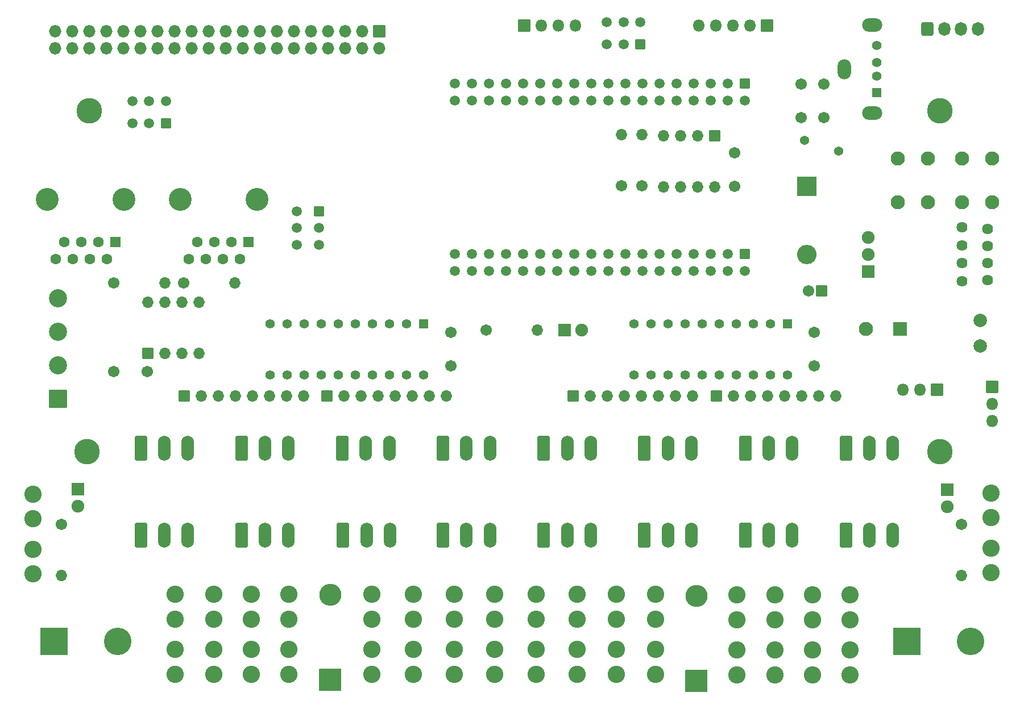
<source format=gbr>
G04 #@! TF.GenerationSoftware,KiCad,Pcbnew,(6.0.5)*
G04 #@! TF.CreationDate,2022-05-29T20:36:16-04:00*
G04 #@! TF.ProjectId,PB_16,50425f31-362e-46b6-9963-61645f706362,v1.0h*
G04 #@! TF.SameCoordinates,Original*
G04 #@! TF.FileFunction,Soldermask,Top*
G04 #@! TF.FilePolarity,Negative*
%FSLAX46Y46*%
G04 Gerber Fmt 4.6, Leading zero omitted, Abs format (unit mm)*
G04 Created by KiCad (PCBNEW (6.0.5)) date 2022-05-29 20:36:16*
%MOMM*%
%LPD*%
G01*
G04 APERTURE LIST*
G04 Aperture macros list*
%AMRoundRect*
0 Rectangle with rounded corners*
0 $1 Rounding radius*
0 $2 $3 $4 $5 $6 $7 $8 $9 X,Y pos of 4 corners*
0 Add a 4 corners polygon primitive as box body*
4,1,4,$2,$3,$4,$5,$6,$7,$8,$9,$2,$3,0*
0 Add four circle primitives for the rounded corners*
1,1,$1+$1,$2,$3*
1,1,$1+$1,$4,$5*
1,1,$1+$1,$6,$7*
1,1,$1+$1,$8,$9*
0 Add four rect primitives between the rounded corners*
20,1,$1+$1,$2,$3,$4,$5,0*
20,1,$1+$1,$4,$5,$6,$7,0*
20,1,$1+$1,$6,$7,$8,$9,0*
20,1,$1+$1,$8,$9,$2,$3,0*%
G04 Aperture macros list end*
%ADD10RoundRect,0.051000X-0.900000X0.900000X-0.900000X-0.900000X0.900000X-0.900000X0.900000X0.900000X0*%
%ADD11C,1.902000*%
%ADD12C,1.626000*%
%ADD13C,2.102000*%
%ADD14RoundRect,0.051000X1.000000X1.000000X-1.000000X1.000000X-1.000000X-1.000000X1.000000X-1.000000X0*%
%ADD15C,1.702000*%
%ADD16RoundRect,0.051000X0.800000X0.800000X-0.800000X0.800000X-0.800000X-0.800000X0.800000X-0.800000X0*%
%ADD17O,3.302000X3.302000*%
%ADD18RoundRect,0.051000X1.600000X-1.600000X1.600000X1.600000X-1.600000X1.600000X-1.600000X-1.600000X0*%
%ADD19O,2.902000X2.902000*%
%ADD20RoundRect,0.051000X-1.400000X1.400000X-1.400000X-1.400000X1.400000X-1.400000X1.400000X1.400000X0*%
%ADD21RoundRect,0.051000X-0.900000X-0.900000X0.900000X-0.900000X0.900000X0.900000X-0.900000X0.900000X0*%
%ADD22C,2.577000*%
%ADD23O,1.902000X3.702000*%
%ADD24RoundRect,0.301000X-0.650000X-1.550000X0.650000X-1.550000X0.650000X1.550000X-0.650000X1.550000X0*%
%ADD25C,4.102000*%
%ADD26RoundRect,0.051000X-2.000000X-2.000000X2.000000X-2.000000X2.000000X2.000000X-2.000000X2.000000X0*%
%ADD27O,3.002000X2.002000*%
%ADD28O,2.002000X3.002000*%
%ADD29C,1.402000*%
%ADD30RoundRect,0.051000X0.650000X-0.650000X0.650000X0.650000X-0.650000X0.650000X-0.650000X-0.650000X0*%
%ADD31C,1.602000*%
%ADD32RoundRect,0.051000X0.750000X0.750000X-0.750000X0.750000X-0.750000X-0.750000X0.750000X-0.750000X0*%
%ADD33C,3.404000*%
%ADD34C,2.702000*%
%ADD35RoundRect,0.051000X1.300000X-1.300000X1.300000X1.300000X-1.300000X1.300000X-1.300000X-1.300000X0*%
%ADD36O,1.802000X1.802000*%
%ADD37RoundRect,0.051000X-0.850000X0.850000X-0.850000X-0.850000X0.850000X-0.850000X0.850000X0.850000X0*%
%ADD38O,1.829200X1.829200*%
%ADD39RoundRect,0.051000X-0.863600X0.863600X-0.863600X-0.863600X0.863600X-0.863600X0.863600X0.863600X0*%
%ADD40RoundRect,0.051000X0.850000X-0.850000X0.850000X0.850000X-0.850000X0.850000X-0.850000X-0.850000X0*%
%ADD41O,1.802000X2.052000*%
%ADD42RoundRect,0.301000X-0.600000X-0.725000X0.600000X-0.725000X0.600000X0.725000X-0.600000X0.725000X0*%
%ADD43C,2.006000*%
%ADD44RoundRect,0.051000X-0.850000X-0.850000X0.850000X-0.850000X0.850000X0.850000X-0.850000X0.850000X0*%
%ADD45C,1.502000*%
%ADD46RoundRect,0.051000X0.700000X0.700000X-0.700000X0.700000X-0.700000X-0.700000X0.700000X-0.700000X0*%
%ADD47C,1.510000*%
%ADD48RoundRect,0.051000X-0.704000X0.704000X-0.704000X-0.704000X0.704000X-0.704000X0.704000X0.704000X0*%
%ADD49C,3.802000*%
%ADD50RoundRect,0.051000X-0.647700X0.647700X-0.647700X-0.647700X0.647700X-0.647700X0.647700X0.647700X0*%
%ADD51C,1.397400*%
%ADD52RoundRect,0.051000X-0.800000X-0.800000X0.800000X-0.800000X0.800000X0.800000X-0.800000X0.800000X0*%
%ADD53O,1.702000X1.702000*%
%ADD54C,1.372000*%
%ADD55RoundRect,0.051000X-0.700000X0.700000X-0.700000X-0.700000X0.700000X-0.700000X0.700000X0.700000X0*%
%ADD56RoundRect,0.051000X-0.800000X0.800000X-0.800000X-0.800000X0.800000X-0.800000X0.800000X0.800000X0*%
%ADD57RoundRect,0.051000X0.800000X-0.800000X0.800000X0.800000X-0.800000X0.800000X-0.800000X-0.800000X0*%
G04 APERTURE END LIST*
D10*
X197419000Y-90237800D03*
D11*
X197419000Y-87697800D03*
X197419000Y-85157800D03*
D12*
X215199000Y-83887800D03*
X215199000Y-86427800D03*
X215199000Y-88967800D03*
X215199000Y-91507800D03*
X211389000Y-83655860D03*
X211389000Y-86350800D03*
X211389000Y-89044800D03*
X211389000Y-91739740D03*
D13*
X197118800Y-98867600D03*
D14*
X202118800Y-98867600D03*
D15*
X188486112Y-93157800D03*
D16*
X190486112Y-93157800D03*
D15*
X135242300Y-99330500D03*
X135242300Y-104330500D03*
D17*
X117332600Y-138468600D03*
D18*
X117332600Y-151168600D03*
D17*
X171847600Y-138605000D03*
D18*
X171847600Y-151305000D03*
D19*
X188311000Y-87767800D03*
D20*
X188311000Y-77607800D03*
D11*
X154736000Y-98997800D03*
D21*
X152196000Y-98997800D03*
D11*
X79720200Y-125244000D03*
D10*
X79720200Y-122704000D03*
D11*
X209172200Y-125371000D03*
D10*
X209172200Y-122831000D03*
D22*
X94222600Y-138388600D03*
X94222600Y-142088600D03*
X94222600Y-146588600D03*
X94222600Y-150288600D03*
D23*
X111100000Y-129600000D03*
X107600000Y-129600000D03*
D24*
X104100000Y-129600000D03*
D23*
X126100000Y-116600000D03*
X122600000Y-116600000D03*
D24*
X119100000Y-116600000D03*
D23*
X126214342Y-129600000D03*
X122714342Y-129600000D03*
D24*
X119214342Y-129600000D03*
D23*
X141100000Y-116600000D03*
X137600000Y-116600000D03*
D24*
X134100000Y-116600000D03*
D23*
X141100000Y-129600000D03*
X137600000Y-129600000D03*
D24*
X134100000Y-129600000D03*
D23*
X156100000Y-116600000D03*
X152600000Y-116600000D03*
D24*
X149100000Y-116600000D03*
D23*
X156100000Y-129600000D03*
X152600000Y-129600000D03*
D24*
X149100000Y-129600000D03*
D25*
X85670400Y-145417400D03*
D26*
X76170400Y-145417400D03*
D25*
X212670400Y-145417400D03*
D26*
X203170400Y-145417400D03*
D27*
X198049800Y-53543600D03*
D28*
X193869800Y-60113600D03*
D27*
X198049800Y-66683600D03*
D29*
X198649800Y-56613600D03*
X198649800Y-59113600D03*
X198649800Y-61113600D03*
D30*
X198649800Y-63613600D03*
D31*
X76411000Y-88407800D03*
X77681000Y-85867800D03*
X78951000Y-88407800D03*
X80221000Y-85867800D03*
X81491000Y-88407800D03*
X82761000Y-85867800D03*
X84031000Y-88407800D03*
D32*
X85301000Y-85867800D03*
D33*
X75141000Y-79517800D03*
X86571000Y-79517800D03*
D31*
X96261000Y-88407800D03*
X97531000Y-85867800D03*
X98801000Y-88407800D03*
X100071000Y-85867800D03*
X101341000Y-88407800D03*
X102611000Y-85867800D03*
X103881000Y-88407800D03*
D32*
X105151000Y-85867800D03*
D33*
X106421000Y-79517800D03*
X94991000Y-79517800D03*
D34*
X76801000Y-94217800D03*
X76801000Y-99217800D03*
X76801000Y-104217800D03*
D35*
X76801000Y-109217800D03*
D36*
X202570800Y-107859200D03*
X205110800Y-107859200D03*
D37*
X207650800Y-107859200D03*
D38*
X76302600Y-57028600D03*
X76302600Y-54488600D03*
X78842600Y-57028600D03*
X78842600Y-54488600D03*
X81382600Y-57028600D03*
X81382600Y-54488600D03*
X83922600Y-57028600D03*
X83922600Y-54488600D03*
X86462600Y-57028600D03*
X86462600Y-54488600D03*
X89002600Y-57028600D03*
X89002600Y-54488600D03*
X91542600Y-57028600D03*
X91542600Y-54488600D03*
X94082600Y-57028600D03*
X94082600Y-54488600D03*
X96622600Y-57028600D03*
X96622600Y-54488600D03*
X99162600Y-57028600D03*
X99162600Y-54488600D03*
X101702600Y-57028600D03*
X101702600Y-54488600D03*
X104242600Y-57028600D03*
X104242600Y-54488600D03*
X106782600Y-57028600D03*
X106782600Y-54488600D03*
X109322600Y-57028600D03*
X109322600Y-54488600D03*
X111862600Y-57028600D03*
X111862600Y-54488600D03*
X114402600Y-57028600D03*
X114402600Y-54488600D03*
X116942600Y-57028600D03*
X116942600Y-54488600D03*
X119482600Y-57028600D03*
X119482600Y-54488600D03*
X122022600Y-57028600D03*
X122022600Y-54488600D03*
X124562600Y-57028600D03*
D39*
X124562600Y-54488600D03*
D36*
X172222600Y-53578600D03*
X174762600Y-53578600D03*
X177302600Y-53578600D03*
X179842600Y-53578600D03*
D37*
X182382600Y-53578600D03*
D36*
X153812600Y-53578600D03*
X151272600Y-53578600D03*
X148732600Y-53578600D03*
D40*
X146192600Y-53578600D03*
D41*
X213733800Y-54094600D03*
X211233800Y-54094600D03*
X208733800Y-54094600D03*
D42*
X206233800Y-54094600D03*
D43*
X214076459Y-97553160D03*
X214076459Y-101363160D03*
D36*
X215833600Y-112532800D03*
X215833600Y-109992800D03*
D44*
X215833600Y-107452800D03*
D45*
X158496200Y-53084600D03*
X160996200Y-53084600D03*
X163496200Y-53084600D03*
X158496200Y-56384600D03*
X160996200Y-56384600D03*
D46*
X163496200Y-56384600D03*
D45*
X87851000Y-64867800D03*
X90351000Y-64867800D03*
X92851000Y-64867800D03*
X87851000Y-68167800D03*
X90351000Y-68167800D03*
D46*
X92851000Y-68167800D03*
D13*
X201801000Y-79917800D03*
X201801000Y-73417800D03*
X206301000Y-73417800D03*
X206301000Y-79917800D03*
X211401000Y-73417800D03*
X211401000Y-79917800D03*
X215901000Y-79917800D03*
X215901000Y-73417800D03*
D47*
X135855700Y-90225200D03*
X135855700Y-87685200D03*
X138395700Y-90225200D03*
X138395700Y-87685200D03*
X140935700Y-90225200D03*
X140935700Y-87685200D03*
X143475700Y-90225200D03*
X143475700Y-87685200D03*
X146015700Y-90225200D03*
X146015700Y-87685200D03*
X148555700Y-90225200D03*
X148555700Y-87685200D03*
X151095700Y-90225200D03*
X151095700Y-87685200D03*
X153635700Y-90225200D03*
X153635700Y-87685200D03*
X156175700Y-90225200D03*
X156175700Y-87685200D03*
X158715700Y-90225200D03*
X158715700Y-87685200D03*
X161255700Y-90225200D03*
X161255700Y-87685200D03*
X163795700Y-90225200D03*
X163795700Y-87685200D03*
X166335700Y-90225200D03*
X166335700Y-87685200D03*
X168875700Y-90225200D03*
X168875700Y-87685200D03*
X171415700Y-90225200D03*
X171415700Y-87685200D03*
X173955700Y-90225200D03*
X173955700Y-87685200D03*
X176495700Y-90225200D03*
X176495700Y-87685200D03*
X179035700Y-90225200D03*
D48*
X179035700Y-87685200D03*
D47*
X135855700Y-64825200D03*
X135855700Y-62285200D03*
X138395700Y-64825200D03*
X138395700Y-62285200D03*
X140935700Y-64825200D03*
X140935700Y-62285200D03*
X143475700Y-64825200D03*
X143475700Y-62285200D03*
X146015700Y-64825200D03*
X146015700Y-62285200D03*
X148555700Y-64825200D03*
X148555700Y-62285200D03*
X151095700Y-64825200D03*
X151095700Y-62285200D03*
X153635700Y-64825200D03*
X153635700Y-62285200D03*
X156175700Y-64825200D03*
X156175700Y-62285200D03*
X158715700Y-64825200D03*
X158715700Y-62285200D03*
X161255700Y-64825200D03*
X161255700Y-62285200D03*
X163795700Y-64825200D03*
X163795700Y-62285200D03*
X166335700Y-64825200D03*
X166335700Y-62285200D03*
X168875700Y-64825200D03*
X168875700Y-62285200D03*
X171415700Y-64825200D03*
X171415700Y-62285200D03*
X173955700Y-64825200D03*
X173955700Y-62285200D03*
X176495700Y-64825200D03*
X176495700Y-62285200D03*
X179035700Y-64825200D03*
D48*
X179035700Y-62285200D03*
D49*
X208127600Y-117118600D03*
X208127600Y-66318600D03*
X81127600Y-117118600D03*
X81427600Y-66318600D03*
D15*
X189382400Y-104305100D03*
X189382400Y-99305100D03*
D23*
X96100000Y-129600000D03*
X92600000Y-129600000D03*
D24*
X89100000Y-129600000D03*
X164100000Y-116600000D03*
D23*
X167600000Y-116600000D03*
X171100000Y-116600000D03*
D24*
X164100000Y-129600000D03*
D23*
X167600000Y-129600000D03*
X171100000Y-129600000D03*
D24*
X179100000Y-116600000D03*
D23*
X182600000Y-116600000D03*
X186100000Y-116600000D03*
D24*
X179100000Y-129600000D03*
D23*
X182600000Y-129600000D03*
X186100000Y-129600000D03*
D24*
X194100000Y-116600000D03*
D23*
X197600000Y-116600000D03*
X201100000Y-116600000D03*
D24*
X194100000Y-129600000D03*
D23*
X197600000Y-129600000D03*
X201100000Y-129600000D03*
D50*
X185422600Y-98068600D03*
D51*
X182882600Y-98068600D03*
X180342600Y-98068600D03*
X177802600Y-98068600D03*
X175262600Y-98068600D03*
X172722600Y-98068600D03*
X170182600Y-98068600D03*
X167642600Y-98068600D03*
X165102600Y-98068600D03*
X162562600Y-98068600D03*
X162562600Y-105688600D03*
X165102600Y-105688600D03*
X167642600Y-105688600D03*
X170182600Y-105688600D03*
X172722600Y-105688600D03*
X175262600Y-105688600D03*
X177802600Y-105688600D03*
X180342600Y-105688600D03*
X182882600Y-105688600D03*
X185422600Y-105688600D03*
D22*
X135792600Y-150298600D03*
X135792600Y-146598600D03*
X135792600Y-142098600D03*
X135792600Y-138398600D03*
X183553100Y-150363600D03*
X183553100Y-146663600D03*
X183553100Y-142163600D03*
X183553100Y-138463600D03*
X99967600Y-150303600D03*
X99967600Y-146603600D03*
X99967600Y-142103600D03*
X99967600Y-138403600D03*
X129672600Y-150298600D03*
X129672600Y-146598600D03*
X129672600Y-142098600D03*
X129672600Y-138398600D03*
X141793100Y-150298600D03*
X141793100Y-146598600D03*
X141793100Y-142098600D03*
X141793100Y-138398600D03*
X148002600Y-150298600D03*
X148002600Y-146598600D03*
X148002600Y-142098600D03*
X148002600Y-138398600D03*
X154062600Y-150298600D03*
X154062600Y-146598600D03*
X154062600Y-142098600D03*
X154062600Y-138398600D03*
X194729100Y-150363600D03*
X194729100Y-146663600D03*
X194729100Y-142163600D03*
X194729100Y-138463600D03*
X123512600Y-150298600D03*
X123512600Y-146598600D03*
X123512600Y-142098600D03*
X123512600Y-138398600D03*
X105567600Y-150303600D03*
X105567600Y-146603600D03*
X105567600Y-142103600D03*
X105567600Y-138403600D03*
X177847600Y-150363600D03*
X177847600Y-146663600D03*
X177847600Y-142163600D03*
X177847600Y-138463600D03*
D52*
X95561500Y-108813600D03*
D53*
X98101500Y-108813600D03*
X100641500Y-108813600D03*
X103181500Y-108813600D03*
X105721500Y-108813600D03*
X108261500Y-108813600D03*
X110801500Y-108813600D03*
X113341500Y-108813600D03*
D22*
X159942600Y-150298600D03*
X159942600Y-146598600D03*
X159942600Y-142098600D03*
X159942600Y-138398600D03*
D52*
X153486200Y-108813600D03*
D53*
X156026200Y-108813600D03*
X158566200Y-108813600D03*
X161106200Y-108813600D03*
X163646200Y-108813600D03*
X166186200Y-108813600D03*
X168726200Y-108813600D03*
X171266200Y-108813600D03*
D52*
X174812600Y-108813600D03*
D53*
X177352600Y-108813600D03*
X179892600Y-108813600D03*
X182432600Y-108813600D03*
X184972600Y-108813600D03*
X187512600Y-108813600D03*
X190052600Y-108813600D03*
X192592600Y-108813600D03*
D52*
X116852700Y-108813600D03*
D53*
X119392700Y-108813600D03*
X121932700Y-108813600D03*
X124472700Y-108813600D03*
X127012700Y-108813600D03*
X129552700Y-108813600D03*
X132092700Y-108813600D03*
X134632700Y-108813600D03*
D22*
X111167600Y-150303600D03*
X111167600Y-146603600D03*
X111167600Y-142103600D03*
X111167600Y-138403600D03*
D23*
X96100000Y-116600000D03*
X92600000Y-116600000D03*
D24*
X89100000Y-116600000D03*
D23*
X111100000Y-116600000D03*
X107600000Y-116600000D03*
D24*
X104100000Y-116600000D03*
D15*
X85051000Y-91967800D03*
D53*
X92671000Y-91967800D03*
D15*
X95501000Y-91967800D03*
D53*
X103121000Y-91967800D03*
D22*
X189141100Y-150363600D03*
X189141100Y-146663600D03*
X189141100Y-142163600D03*
X189141100Y-138463600D03*
X165761100Y-150298600D03*
X165761100Y-146598600D03*
X165761100Y-142098600D03*
X165761100Y-138398600D03*
D51*
X131172600Y-105688600D03*
X128632600Y-105688600D03*
X126092600Y-105688600D03*
X123552600Y-105688600D03*
X121012600Y-105688600D03*
X118472600Y-105688600D03*
X115932600Y-105688600D03*
X113392600Y-105688600D03*
X110852600Y-105688600D03*
X108312600Y-105688600D03*
X108312600Y-98068600D03*
X110852600Y-98068600D03*
X113392600Y-98068600D03*
X115932600Y-98068600D03*
X118472600Y-98068600D03*
X121012600Y-98068600D03*
X123552600Y-98068600D03*
X126092600Y-98068600D03*
X128632600Y-98068600D03*
D50*
X131172600Y-98068600D03*
D54*
X187951000Y-70717800D03*
X193051000Y-72317800D03*
D55*
X115643800Y-81276600D03*
D45*
X115643800Y-83776600D03*
X115643800Y-86276600D03*
X112343800Y-81276600D03*
X112343800Y-83776600D03*
X112343800Y-86276600D03*
D15*
X190775800Y-62318600D03*
X190775800Y-67318600D03*
X187442600Y-67308600D03*
X187442600Y-62308600D03*
X77301000Y-127967800D03*
D53*
X77301000Y-135587800D03*
D15*
X211301000Y-127967800D03*
D53*
X211301000Y-135587800D03*
D15*
X140541000Y-98977800D03*
D53*
X148161000Y-98977800D03*
D22*
X215676000Y-135181800D03*
X215676000Y-131481800D03*
X215676000Y-126981800D03*
X215676000Y-123281800D03*
D15*
X163751000Y-77517800D03*
D53*
X163751000Y-69897800D03*
D15*
X160651000Y-77517800D03*
D53*
X160651000Y-69897800D03*
D56*
X174551000Y-70017800D03*
D53*
X172011000Y-70017800D03*
X169471000Y-70017800D03*
X166931000Y-70017800D03*
X166931000Y-77637800D03*
X169471000Y-77637800D03*
X172011000Y-77637800D03*
X174551000Y-77637800D03*
D15*
X177551000Y-77617800D03*
X177551000Y-72617800D03*
X90101000Y-105217800D03*
X85101000Y-105217800D03*
D53*
X90111000Y-94847800D03*
X92651000Y-94847800D03*
X95191000Y-94847800D03*
X97731000Y-94847800D03*
X97731000Y-102467800D03*
X95191000Y-102467800D03*
X92651000Y-102467800D03*
D57*
X90111000Y-102467800D03*
D22*
X73051000Y-135338600D03*
X73051000Y-131638600D03*
X73051000Y-127138600D03*
X73051000Y-123438600D03*
M02*

</source>
